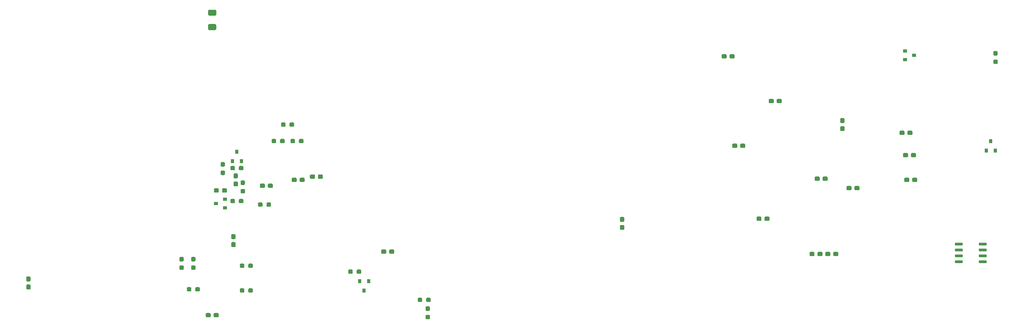
<source format=gbp>
G04 #@! TF.GenerationSoftware,KiCad,Pcbnew,5.1.7-a382d34a8~88~ubuntu18.04.1*
G04 #@! TF.CreationDate,2021-06-16T01:22:40+03:00*
G04 #@! TF.ProjectId,controller,636f6e74-726f-46c6-9c65-722e6b696361,rev?*
G04 #@! TF.SameCoordinates,Original*
G04 #@! TF.FileFunction,Paste,Bot*
G04 #@! TF.FilePolarity,Positive*
%FSLAX46Y46*%
G04 Gerber Fmt 4.6, Leading zero omitted, Abs format (unit mm)*
G04 Created by KiCad (PCBNEW 5.1.7-a382d34a8~88~ubuntu18.04.1) date 2021-06-16 01:22:40*
%MOMM*%
%LPD*%
G01*
G04 APERTURE LIST*
%ADD10R,0.800000X0.900000*%
%ADD11R,0.900000X0.800000*%
G04 APERTURE END LIST*
D10*
X237998000Y-95012000D03*
X237048000Y-97012000D03*
X238948000Y-97012000D03*
G36*
G01*
X72627500Y-102341500D02*
X72152500Y-102341500D01*
G75*
G02*
X71915000Y-102104000I0J237500D01*
G01*
X71915000Y-101604000D01*
G75*
G02*
X72152500Y-101366500I237500J0D01*
G01*
X72627500Y-101366500D01*
G75*
G02*
X72865000Y-101604000I0J-237500D01*
G01*
X72865000Y-102104000D01*
G75*
G02*
X72627500Y-102341500I-237500J0D01*
G01*
G37*
G36*
G01*
X72627500Y-100516500D02*
X72152500Y-100516500D01*
G75*
G02*
X71915000Y-100279000I0J237500D01*
G01*
X71915000Y-99779000D01*
G75*
G02*
X72152500Y-99541500I237500J0D01*
G01*
X72627500Y-99541500D01*
G75*
G02*
X72865000Y-99779000I0J-237500D01*
G01*
X72865000Y-100279000D01*
G75*
G02*
X72627500Y-100516500I-237500J0D01*
G01*
G37*
G36*
G01*
X70729001Y-71034000D02*
X69478999Y-71034000D01*
G75*
G02*
X69229000Y-70784001I0J249999D01*
G01*
X69229000Y-69983999D01*
G75*
G02*
X69478999Y-69734000I249999J0D01*
G01*
X70729001Y-69734000D01*
G75*
G02*
X70979000Y-69983999I0J-249999D01*
G01*
X70979000Y-70784001D01*
G75*
G02*
X70729001Y-71034000I-249999J0D01*
G01*
G37*
G36*
G01*
X70729001Y-67934000D02*
X69478999Y-67934000D01*
G75*
G02*
X69229000Y-67684001I0J249999D01*
G01*
X69229000Y-66883999D01*
G75*
G02*
X69478999Y-66634000I249999J0D01*
G01*
X70729001Y-66634000D01*
G75*
G02*
X70979000Y-66883999I0J-249999D01*
G01*
X70979000Y-67684001D01*
G75*
G02*
X70729001Y-67934000I-249999J0D01*
G01*
G37*
X102870000Y-127238000D03*
X103820000Y-125238000D03*
X101920000Y-125238000D03*
G36*
G01*
X81808500Y-108949500D02*
X81808500Y-108474500D01*
G75*
G02*
X82046000Y-108237000I237500J0D01*
G01*
X82546000Y-108237000D01*
G75*
G02*
X82783500Y-108474500I0J-237500D01*
G01*
X82783500Y-108949500D01*
G75*
G02*
X82546000Y-109187000I-237500J0D01*
G01*
X82046000Y-109187000D01*
G75*
G02*
X81808500Y-108949500I0J237500D01*
G01*
G37*
G36*
G01*
X79983500Y-108949500D02*
X79983500Y-108474500D01*
G75*
G02*
X80221000Y-108237000I237500J0D01*
G01*
X80721000Y-108237000D01*
G75*
G02*
X80958500Y-108474500I0J-237500D01*
G01*
X80958500Y-108949500D01*
G75*
G02*
X80721000Y-109187000I-237500J0D01*
G01*
X80221000Y-109187000D01*
G75*
G02*
X79983500Y-108949500I0J237500D01*
G01*
G37*
G36*
G01*
X76070000Y-122157500D02*
X76070000Y-121682500D01*
G75*
G02*
X76307500Y-121445000I237500J0D01*
G01*
X76807500Y-121445000D01*
G75*
G02*
X77045000Y-121682500I0J-237500D01*
G01*
X77045000Y-122157500D01*
G75*
G02*
X76807500Y-122395000I-237500J0D01*
G01*
X76307500Y-122395000D01*
G75*
G02*
X76070000Y-122157500I0J237500D01*
G01*
G37*
G36*
G01*
X77895000Y-122157500D02*
X77895000Y-121682500D01*
G75*
G02*
X78132500Y-121445000I237500J0D01*
G01*
X78632500Y-121445000D01*
G75*
G02*
X78870000Y-121682500I0J-237500D01*
G01*
X78870000Y-122157500D01*
G75*
G02*
X78632500Y-122395000I-237500J0D01*
G01*
X78132500Y-122395000D01*
G75*
G02*
X77895000Y-122157500I0J237500D01*
G01*
G37*
G36*
G01*
X77895000Y-127491500D02*
X77895000Y-127016500D01*
G75*
G02*
X78132500Y-126779000I237500J0D01*
G01*
X78632500Y-126779000D01*
G75*
G02*
X78870000Y-127016500I0J-237500D01*
G01*
X78870000Y-127491500D01*
G75*
G02*
X78632500Y-127729000I-237500J0D01*
G01*
X78132500Y-127729000D01*
G75*
G02*
X77895000Y-127491500I0J237500D01*
G01*
G37*
G36*
G01*
X76070000Y-127491500D02*
X76070000Y-127016500D01*
G75*
G02*
X76307500Y-126779000I237500J0D01*
G01*
X76807500Y-126779000D01*
G75*
G02*
X77045000Y-127016500I0J-237500D01*
G01*
X77045000Y-127491500D01*
G75*
G02*
X76807500Y-127729000I-237500J0D01*
G01*
X76307500Y-127729000D01*
G75*
G02*
X76070000Y-127491500I0J237500D01*
G01*
G37*
G36*
G01*
X158258500Y-111376000D02*
X158733500Y-111376000D01*
G75*
G02*
X158971000Y-111613500I0J-237500D01*
G01*
X158971000Y-112213500D01*
G75*
G02*
X158733500Y-112451000I-237500J0D01*
G01*
X158258500Y-112451000D01*
G75*
G02*
X158021000Y-112213500I0J237500D01*
G01*
X158021000Y-111613500D01*
G75*
G02*
X158258500Y-111376000I237500J0D01*
G01*
G37*
G36*
G01*
X158258500Y-113101000D02*
X158733500Y-113101000D01*
G75*
G02*
X158971000Y-113338500I0J-237500D01*
G01*
X158971000Y-113938500D01*
G75*
G02*
X158733500Y-114176000I-237500J0D01*
G01*
X158258500Y-114176000D01*
G75*
G02*
X158021000Y-113938500I0J237500D01*
G01*
X158021000Y-113338500D01*
G75*
G02*
X158258500Y-113101000I237500J0D01*
G01*
G37*
G36*
G01*
X187475500Y-111997500D02*
X187475500Y-111522500D01*
G75*
G02*
X187713000Y-111285000I237500J0D01*
G01*
X188313000Y-111285000D01*
G75*
G02*
X188550500Y-111522500I0J-237500D01*
G01*
X188550500Y-111997500D01*
G75*
G02*
X188313000Y-112235000I-237500J0D01*
G01*
X187713000Y-112235000D01*
G75*
G02*
X187475500Y-111997500I0J237500D01*
G01*
G37*
G36*
G01*
X189200500Y-111997500D02*
X189200500Y-111522500D01*
G75*
G02*
X189438000Y-111285000I237500J0D01*
G01*
X190038000Y-111285000D01*
G75*
G02*
X190275500Y-111522500I0J-237500D01*
G01*
X190275500Y-111997500D01*
G75*
G02*
X190038000Y-112235000I-237500J0D01*
G01*
X189438000Y-112235000D01*
G75*
G02*
X189200500Y-111997500I0J237500D01*
G01*
G37*
G36*
G01*
X238776500Y-77387000D02*
X239251500Y-77387000D01*
G75*
G02*
X239489000Y-77624500I0J-237500D01*
G01*
X239489000Y-78124500D01*
G75*
G02*
X239251500Y-78362000I-237500J0D01*
G01*
X238776500Y-78362000D01*
G75*
G02*
X238539000Y-78124500I0J237500D01*
G01*
X238539000Y-77624500D01*
G75*
G02*
X238776500Y-77387000I237500J0D01*
G01*
G37*
G36*
G01*
X238776500Y-75562000D02*
X239251500Y-75562000D01*
G75*
G02*
X239489000Y-75799500I0J-237500D01*
G01*
X239489000Y-76299500D01*
G75*
G02*
X239251500Y-76537000I-237500J0D01*
G01*
X238776500Y-76537000D01*
G75*
G02*
X238539000Y-76299500I0J237500D01*
G01*
X238539000Y-75799500D01*
G75*
G02*
X238776500Y-75562000I237500J0D01*
G01*
G37*
G36*
G01*
X30242500Y-125954500D02*
X30717500Y-125954500D01*
G75*
G02*
X30955000Y-126192000I0J-237500D01*
G01*
X30955000Y-126792000D01*
G75*
G02*
X30717500Y-127029500I-237500J0D01*
G01*
X30242500Y-127029500D01*
G75*
G02*
X30005000Y-126792000I0J237500D01*
G01*
X30005000Y-126192000D01*
G75*
G02*
X30242500Y-125954500I237500J0D01*
G01*
G37*
G36*
G01*
X30242500Y-124229500D02*
X30717500Y-124229500D01*
G75*
G02*
X30955000Y-124467000I0J-237500D01*
G01*
X30955000Y-125067000D01*
G75*
G02*
X30717500Y-125304500I-237500J0D01*
G01*
X30242500Y-125304500D01*
G75*
G02*
X30005000Y-125067000I0J237500D01*
G01*
X30005000Y-124467000D01*
G75*
G02*
X30242500Y-124229500I237500J0D01*
G01*
G37*
G36*
G01*
X102238000Y-122952500D02*
X102238000Y-123427500D01*
G75*
G02*
X102000500Y-123665000I-237500J0D01*
G01*
X101500500Y-123665000D01*
G75*
G02*
X101263000Y-123427500I0J237500D01*
G01*
X101263000Y-122952500D01*
G75*
G02*
X101500500Y-122715000I237500J0D01*
G01*
X102000500Y-122715000D01*
G75*
G02*
X102238000Y-122952500I0J-237500D01*
G01*
G37*
G36*
G01*
X100413000Y-122952500D02*
X100413000Y-123427500D01*
G75*
G02*
X100175500Y-123665000I-237500J0D01*
G01*
X99675500Y-123665000D01*
G75*
G02*
X99438000Y-123427500I0J237500D01*
G01*
X99438000Y-122952500D01*
G75*
G02*
X99675500Y-122715000I237500J0D01*
G01*
X100175500Y-122715000D01*
G75*
G02*
X100413000Y-122952500I0J-237500D01*
G01*
G37*
G36*
G01*
X64640000Y-127237500D02*
X64640000Y-126762500D01*
G75*
G02*
X64877500Y-126525000I237500J0D01*
G01*
X65377500Y-126525000D01*
G75*
G02*
X65615000Y-126762500I0J-237500D01*
G01*
X65615000Y-127237500D01*
G75*
G02*
X65377500Y-127475000I-237500J0D01*
G01*
X64877500Y-127475000D01*
G75*
G02*
X64640000Y-127237500I0J237500D01*
G01*
G37*
G36*
G01*
X66465000Y-127237500D02*
X66465000Y-126762500D01*
G75*
G02*
X66702500Y-126525000I237500J0D01*
G01*
X67202500Y-126525000D01*
G75*
G02*
X67440000Y-126762500I0J-237500D01*
G01*
X67440000Y-127237500D01*
G75*
G02*
X67202500Y-127475000I-237500J0D01*
G01*
X66702500Y-127475000D01*
G75*
G02*
X66465000Y-127237500I0J237500D01*
G01*
G37*
G36*
G01*
X66277500Y-120987000D02*
X65802500Y-120987000D01*
G75*
G02*
X65565000Y-120749500I0J237500D01*
G01*
X65565000Y-120249500D01*
G75*
G02*
X65802500Y-120012000I237500J0D01*
G01*
X66277500Y-120012000D01*
G75*
G02*
X66515000Y-120249500I0J-237500D01*
G01*
X66515000Y-120749500D01*
G75*
G02*
X66277500Y-120987000I-237500J0D01*
G01*
G37*
G36*
G01*
X66277500Y-122812000D02*
X65802500Y-122812000D01*
G75*
G02*
X65565000Y-122574500I0J237500D01*
G01*
X65565000Y-122074500D01*
G75*
G02*
X65802500Y-121837000I237500J0D01*
G01*
X66277500Y-121837000D01*
G75*
G02*
X66515000Y-122074500I0J-237500D01*
G01*
X66515000Y-122574500D01*
G75*
G02*
X66277500Y-122812000I-237500J0D01*
G01*
G37*
G36*
G01*
X63737500Y-122812000D02*
X63262500Y-122812000D01*
G75*
G02*
X63025000Y-122574500I0J237500D01*
G01*
X63025000Y-122074500D01*
G75*
G02*
X63262500Y-121837000I237500J0D01*
G01*
X63737500Y-121837000D01*
G75*
G02*
X63975000Y-122074500I0J-237500D01*
G01*
X63975000Y-122574500D01*
G75*
G02*
X63737500Y-122812000I-237500J0D01*
G01*
G37*
G36*
G01*
X63737500Y-120987000D02*
X63262500Y-120987000D01*
G75*
G02*
X63025000Y-120749500I0J237500D01*
G01*
X63025000Y-120249500D01*
G75*
G02*
X63262500Y-120012000I237500J0D01*
G01*
X63737500Y-120012000D01*
G75*
G02*
X63975000Y-120249500I0J-237500D01*
G01*
X63975000Y-120749500D01*
G75*
G02*
X63737500Y-120987000I-237500J0D01*
G01*
G37*
G36*
G01*
X75421500Y-103053000D02*
X74946500Y-103053000D01*
G75*
G02*
X74709000Y-102815500I0J237500D01*
G01*
X74709000Y-102215500D01*
G75*
G02*
X74946500Y-101978000I237500J0D01*
G01*
X75421500Y-101978000D01*
G75*
G02*
X75659000Y-102215500I0J-237500D01*
G01*
X75659000Y-102815500D01*
G75*
G02*
X75421500Y-103053000I-237500J0D01*
G01*
G37*
G36*
G01*
X75421500Y-104778000D02*
X74946500Y-104778000D01*
G75*
G02*
X74709000Y-104540500I0J237500D01*
G01*
X74709000Y-103940500D01*
G75*
G02*
X74946500Y-103703000I237500J0D01*
G01*
X75421500Y-103703000D01*
G75*
G02*
X75659000Y-103940500I0J-237500D01*
G01*
X75659000Y-104540500D01*
G75*
G02*
X75421500Y-104778000I-237500J0D01*
G01*
G37*
G36*
G01*
X202822000Y-102886500D02*
X202822000Y-103361500D01*
G75*
G02*
X202584500Y-103599000I-237500J0D01*
G01*
X201984500Y-103599000D01*
G75*
G02*
X201747000Y-103361500I0J237500D01*
G01*
X201747000Y-102886500D01*
G75*
G02*
X201984500Y-102649000I237500J0D01*
G01*
X202584500Y-102649000D01*
G75*
G02*
X202822000Y-102886500I0J-237500D01*
G01*
G37*
G36*
G01*
X201097000Y-102886500D02*
X201097000Y-103361500D01*
G75*
G02*
X200859500Y-103599000I-237500J0D01*
G01*
X200259500Y-103599000D01*
G75*
G02*
X200022000Y-103361500I0J237500D01*
G01*
X200022000Y-102886500D01*
G75*
G02*
X200259500Y-102649000I237500J0D01*
G01*
X200859500Y-102649000D01*
G75*
G02*
X201097000Y-102886500I0J-237500D01*
G01*
G37*
G36*
G01*
X220797000Y-98281500D02*
X220797000Y-97806500D01*
G75*
G02*
X221034500Y-97569000I237500J0D01*
G01*
X221634500Y-97569000D01*
G75*
G02*
X221872000Y-97806500I0J-237500D01*
G01*
X221872000Y-98281500D01*
G75*
G02*
X221634500Y-98519000I-237500J0D01*
G01*
X221034500Y-98519000D01*
G75*
G02*
X220797000Y-98281500I0J237500D01*
G01*
G37*
G36*
G01*
X219072000Y-98281500D02*
X219072000Y-97806500D01*
G75*
G02*
X219309500Y-97569000I237500J0D01*
G01*
X219909500Y-97569000D01*
G75*
G02*
X220147000Y-97806500I0J-237500D01*
G01*
X220147000Y-98281500D01*
G75*
G02*
X219909500Y-98519000I-237500J0D01*
G01*
X219309500Y-98519000D01*
G75*
G02*
X219072000Y-98281500I0J237500D01*
G01*
G37*
G36*
G01*
X220035000Y-93455500D02*
X220035000Y-92980500D01*
G75*
G02*
X220272500Y-92743000I237500J0D01*
G01*
X220872500Y-92743000D01*
G75*
G02*
X221110000Y-92980500I0J-237500D01*
G01*
X221110000Y-93455500D01*
G75*
G02*
X220872500Y-93693000I-237500J0D01*
G01*
X220272500Y-93693000D01*
G75*
G02*
X220035000Y-93455500I0J237500D01*
G01*
G37*
G36*
G01*
X218310000Y-93455500D02*
X218310000Y-92980500D01*
G75*
G02*
X218547500Y-92743000I237500J0D01*
G01*
X219147500Y-92743000D01*
G75*
G02*
X219385000Y-92980500I0J-237500D01*
G01*
X219385000Y-93455500D01*
G75*
G02*
X219147500Y-93693000I-237500J0D01*
G01*
X218547500Y-93693000D01*
G75*
G02*
X218310000Y-93455500I0J237500D01*
G01*
G37*
G36*
G01*
X219326000Y-103615500D02*
X219326000Y-103140500D01*
G75*
G02*
X219563500Y-102903000I237500J0D01*
G01*
X220163500Y-102903000D01*
G75*
G02*
X220401000Y-103140500I0J-237500D01*
G01*
X220401000Y-103615500D01*
G75*
G02*
X220163500Y-103853000I-237500J0D01*
G01*
X219563500Y-103853000D01*
G75*
G02*
X219326000Y-103615500I0J237500D01*
G01*
G37*
G36*
G01*
X221051000Y-103615500D02*
X221051000Y-103140500D01*
G75*
G02*
X221288500Y-102903000I237500J0D01*
G01*
X221888500Y-102903000D01*
G75*
G02*
X222126000Y-103140500I0J-237500D01*
G01*
X222126000Y-103615500D01*
G75*
G02*
X221888500Y-103853000I-237500J0D01*
G01*
X221288500Y-103853000D01*
G75*
G02*
X221051000Y-103615500I0J237500D01*
G01*
G37*
G36*
G01*
X206231500Y-91115000D02*
X205756500Y-91115000D01*
G75*
G02*
X205519000Y-90877500I0J237500D01*
G01*
X205519000Y-90277500D01*
G75*
G02*
X205756500Y-90040000I237500J0D01*
G01*
X206231500Y-90040000D01*
G75*
G02*
X206469000Y-90277500I0J-237500D01*
G01*
X206469000Y-90877500D01*
G75*
G02*
X206231500Y-91115000I-237500J0D01*
G01*
G37*
G36*
G01*
X206231500Y-92840000D02*
X205756500Y-92840000D01*
G75*
G02*
X205519000Y-92602500I0J237500D01*
G01*
X205519000Y-92002500D01*
G75*
G02*
X205756500Y-91765000I237500J0D01*
G01*
X206231500Y-91765000D01*
G75*
G02*
X206469000Y-92002500I0J-237500D01*
G01*
X206469000Y-92602500D01*
G75*
G02*
X206231500Y-92840000I-237500J0D01*
G01*
G37*
G36*
G01*
X87967000Y-94758500D02*
X87967000Y-95233500D01*
G75*
G02*
X87729500Y-95471000I-237500J0D01*
G01*
X87229500Y-95471000D01*
G75*
G02*
X86992000Y-95233500I0J237500D01*
G01*
X86992000Y-94758500D01*
G75*
G02*
X87229500Y-94521000I237500J0D01*
G01*
X87729500Y-94521000D01*
G75*
G02*
X87967000Y-94758500I0J-237500D01*
G01*
G37*
G36*
G01*
X89792000Y-94758500D02*
X89792000Y-95233500D01*
G75*
G02*
X89554500Y-95471000I-237500J0D01*
G01*
X89054500Y-95471000D01*
G75*
G02*
X88817000Y-95233500I0J237500D01*
G01*
X88817000Y-94758500D01*
G75*
G02*
X89054500Y-94521000I237500J0D01*
G01*
X89554500Y-94521000D01*
G75*
G02*
X89792000Y-94758500I0J-237500D01*
G01*
G37*
G36*
G01*
X82928000Y-95233500D02*
X82928000Y-94758500D01*
G75*
G02*
X83165500Y-94521000I237500J0D01*
G01*
X83665500Y-94521000D01*
G75*
G02*
X83903000Y-94758500I0J-237500D01*
G01*
X83903000Y-95233500D01*
G75*
G02*
X83665500Y-95471000I-237500J0D01*
G01*
X83165500Y-95471000D01*
G75*
G02*
X82928000Y-95233500I0J237500D01*
G01*
G37*
G36*
G01*
X84753000Y-95233500D02*
X84753000Y-94758500D01*
G75*
G02*
X84990500Y-94521000I237500J0D01*
G01*
X85490500Y-94521000D01*
G75*
G02*
X85728000Y-94758500I0J-237500D01*
G01*
X85728000Y-95233500D01*
G75*
G02*
X85490500Y-95471000I-237500J0D01*
G01*
X84990500Y-95471000D01*
G75*
G02*
X84753000Y-95233500I0J237500D01*
G01*
G37*
G36*
G01*
X87760000Y-91202500D02*
X87760000Y-91677500D01*
G75*
G02*
X87522500Y-91915000I-237500J0D01*
G01*
X87022500Y-91915000D01*
G75*
G02*
X86785000Y-91677500I0J237500D01*
G01*
X86785000Y-91202500D01*
G75*
G02*
X87022500Y-90965000I237500J0D01*
G01*
X87522500Y-90965000D01*
G75*
G02*
X87760000Y-91202500I0J-237500D01*
G01*
G37*
G36*
G01*
X85935000Y-91202500D02*
X85935000Y-91677500D01*
G75*
G02*
X85697500Y-91915000I-237500J0D01*
G01*
X85197500Y-91915000D01*
G75*
G02*
X84960000Y-91677500I0J237500D01*
G01*
X84960000Y-91202500D01*
G75*
G02*
X85197500Y-90965000I237500J0D01*
G01*
X85697500Y-90965000D01*
G75*
G02*
X85935000Y-91202500I0J-237500D01*
G01*
G37*
G36*
G01*
X74438500Y-115085500D02*
X74913500Y-115085500D01*
G75*
G02*
X75151000Y-115323000I0J-237500D01*
G01*
X75151000Y-115923000D01*
G75*
G02*
X74913500Y-116160500I-237500J0D01*
G01*
X74438500Y-116160500D01*
G75*
G02*
X74201000Y-115923000I0J237500D01*
G01*
X74201000Y-115323000D01*
G75*
G02*
X74438500Y-115085500I237500J0D01*
G01*
G37*
G36*
G01*
X74438500Y-116810500D02*
X74913500Y-116810500D01*
G75*
G02*
X75151000Y-117048000I0J-237500D01*
G01*
X75151000Y-117648000D01*
G75*
G02*
X74913500Y-117885500I-237500J0D01*
G01*
X74438500Y-117885500D01*
G75*
G02*
X74201000Y-117648000I0J237500D01*
G01*
X74201000Y-117048000D01*
G75*
G02*
X74438500Y-116810500I237500J0D01*
G01*
G37*
G36*
G01*
X108275000Y-119109500D02*
X108275000Y-118634500D01*
G75*
G02*
X108512500Y-118397000I237500J0D01*
G01*
X109112500Y-118397000D01*
G75*
G02*
X109350000Y-118634500I0J-237500D01*
G01*
X109350000Y-119109500D01*
G75*
G02*
X109112500Y-119347000I-237500J0D01*
G01*
X108512500Y-119347000D01*
G75*
G02*
X108275000Y-119109500I0J237500D01*
G01*
G37*
G36*
G01*
X106550000Y-119109500D02*
X106550000Y-118634500D01*
G75*
G02*
X106787500Y-118397000I237500J0D01*
G01*
X107387500Y-118397000D01*
G75*
G02*
X107625000Y-118634500I0J-237500D01*
G01*
X107625000Y-119109500D01*
G75*
G02*
X107387500Y-119347000I-237500J0D01*
G01*
X106787500Y-119347000D01*
G75*
G02*
X106550000Y-119109500I0J237500D01*
G01*
G37*
G36*
G01*
X83188000Y-104410500D02*
X83188000Y-104885500D01*
G75*
G02*
X82950500Y-105123000I-237500J0D01*
G01*
X82350500Y-105123000D01*
G75*
G02*
X82113000Y-104885500I0J237500D01*
G01*
X82113000Y-104410500D01*
G75*
G02*
X82350500Y-104173000I237500J0D01*
G01*
X82950500Y-104173000D01*
G75*
G02*
X83188000Y-104410500I0J-237500D01*
G01*
G37*
G36*
G01*
X81463000Y-104410500D02*
X81463000Y-104885500D01*
G75*
G02*
X81225500Y-105123000I-237500J0D01*
G01*
X80625500Y-105123000D01*
G75*
G02*
X80388000Y-104885500I0J237500D01*
G01*
X80388000Y-104410500D01*
G75*
G02*
X80625500Y-104173000I237500J0D01*
G01*
X81225500Y-104173000D01*
G75*
G02*
X81463000Y-104410500I0J-237500D01*
G01*
G37*
G36*
G01*
X88321000Y-103140500D02*
X88321000Y-103615500D01*
G75*
G02*
X88083500Y-103853000I-237500J0D01*
G01*
X87483500Y-103853000D01*
G75*
G02*
X87246000Y-103615500I0J237500D01*
G01*
X87246000Y-103140500D01*
G75*
G02*
X87483500Y-102903000I237500J0D01*
G01*
X88083500Y-102903000D01*
G75*
G02*
X88321000Y-103140500I0J-237500D01*
G01*
G37*
G36*
G01*
X90046000Y-103140500D02*
X90046000Y-103615500D01*
G75*
G02*
X89808500Y-103853000I-237500J0D01*
G01*
X89208500Y-103853000D01*
G75*
G02*
X88971000Y-103615500I0J237500D01*
G01*
X88971000Y-103140500D01*
G75*
G02*
X89208500Y-102903000I237500J0D01*
G01*
X89808500Y-102903000D01*
G75*
G02*
X90046000Y-103140500I0J-237500D01*
G01*
G37*
G36*
G01*
X91183000Y-102917000D02*
X91183000Y-102442000D01*
G75*
G02*
X91420500Y-102204500I237500J0D01*
G01*
X92020500Y-102204500D01*
G75*
G02*
X92258000Y-102442000I0J-237500D01*
G01*
X92258000Y-102917000D01*
G75*
G02*
X92020500Y-103154500I-237500J0D01*
G01*
X91420500Y-103154500D01*
G75*
G02*
X91183000Y-102917000I0J237500D01*
G01*
G37*
G36*
G01*
X92908000Y-102917000D02*
X92908000Y-102442000D01*
G75*
G02*
X93145500Y-102204500I237500J0D01*
G01*
X93745500Y-102204500D01*
G75*
G02*
X93983000Y-102442000I0J-237500D01*
G01*
X93983000Y-102917000D01*
G75*
G02*
X93745500Y-103154500I-237500J0D01*
G01*
X93145500Y-103154500D01*
G75*
G02*
X92908000Y-102917000I0J237500D01*
G01*
G37*
G36*
G01*
X70482000Y-105901500D02*
X70482000Y-105426500D01*
G75*
G02*
X70719500Y-105189000I237500J0D01*
G01*
X71294500Y-105189000D01*
G75*
G02*
X71532000Y-105426500I0J-237500D01*
G01*
X71532000Y-105901500D01*
G75*
G02*
X71294500Y-106139000I-237500J0D01*
G01*
X70719500Y-106139000D01*
G75*
G02*
X70482000Y-105901500I0J237500D01*
G01*
G37*
G36*
G01*
X72232000Y-105901500D02*
X72232000Y-105426500D01*
G75*
G02*
X72469500Y-105189000I237500J0D01*
G01*
X73044500Y-105189000D01*
G75*
G02*
X73282000Y-105426500I0J-237500D01*
G01*
X73282000Y-105901500D01*
G75*
G02*
X73044500Y-106139000I-237500J0D01*
G01*
X72469500Y-106139000D01*
G75*
G02*
X72232000Y-105901500I0J237500D01*
G01*
G37*
D11*
X72882000Y-107508000D03*
X72882000Y-109408000D03*
X70882000Y-108458000D03*
G36*
G01*
X75863000Y-108187500D02*
X75863000Y-107712500D01*
G75*
G02*
X76100500Y-107475000I237500J0D01*
G01*
X76600500Y-107475000D01*
G75*
G02*
X76838000Y-107712500I0J-237500D01*
G01*
X76838000Y-108187500D01*
G75*
G02*
X76600500Y-108425000I-237500J0D01*
G01*
X76100500Y-108425000D01*
G75*
G02*
X75863000Y-108187500I0J237500D01*
G01*
G37*
G36*
G01*
X74038000Y-108187500D02*
X74038000Y-107712500D01*
G75*
G02*
X74275500Y-107475000I237500J0D01*
G01*
X74775500Y-107475000D01*
G75*
G02*
X75013000Y-107712500I0J-237500D01*
G01*
X75013000Y-108187500D01*
G75*
G02*
X74775500Y-108425000I-237500J0D01*
G01*
X74275500Y-108425000D01*
G75*
G02*
X74038000Y-108187500I0J237500D01*
G01*
G37*
G36*
G01*
X76470500Y-103502000D02*
X76945500Y-103502000D01*
G75*
G02*
X77183000Y-103739500I0J-237500D01*
G01*
X77183000Y-104239500D01*
G75*
G02*
X76945500Y-104477000I-237500J0D01*
G01*
X76470500Y-104477000D01*
G75*
G02*
X76233000Y-104239500I0J237500D01*
G01*
X76233000Y-103739500D01*
G75*
G02*
X76470500Y-103502000I237500J0D01*
G01*
G37*
G36*
G01*
X76470500Y-105327000D02*
X76945500Y-105327000D01*
G75*
G02*
X77183000Y-105564500I0J-237500D01*
G01*
X77183000Y-106064500D01*
G75*
G02*
X76945500Y-106302000I-237500J0D01*
G01*
X76470500Y-106302000D01*
G75*
G02*
X76233000Y-106064500I0J237500D01*
G01*
X76233000Y-105564500D01*
G75*
G02*
X76470500Y-105327000I237500J0D01*
G01*
G37*
G36*
G01*
X114424000Y-129523500D02*
X114424000Y-129048500D01*
G75*
G02*
X114661500Y-128811000I237500J0D01*
G01*
X115161500Y-128811000D01*
G75*
G02*
X115399000Y-129048500I0J-237500D01*
G01*
X115399000Y-129523500D01*
G75*
G02*
X115161500Y-129761000I-237500J0D01*
G01*
X114661500Y-129761000D01*
G75*
G02*
X114424000Y-129523500I0J237500D01*
G01*
G37*
G36*
G01*
X116249000Y-129523500D02*
X116249000Y-129048500D01*
G75*
G02*
X116486500Y-128811000I237500J0D01*
G01*
X116986500Y-128811000D01*
G75*
G02*
X117224000Y-129048500I0J-237500D01*
G01*
X117224000Y-129523500D01*
G75*
G02*
X116986500Y-129761000I-237500J0D01*
G01*
X116486500Y-129761000D01*
G75*
G02*
X116249000Y-129523500I0J237500D01*
G01*
G37*
G36*
G01*
X116823500Y-131655000D02*
X116348500Y-131655000D01*
G75*
G02*
X116111000Y-131417500I0J237500D01*
G01*
X116111000Y-130917500D01*
G75*
G02*
X116348500Y-130680000I237500J0D01*
G01*
X116823500Y-130680000D01*
G75*
G02*
X117061000Y-130917500I0J-237500D01*
G01*
X117061000Y-131417500D01*
G75*
G02*
X116823500Y-131655000I-237500J0D01*
G01*
G37*
G36*
G01*
X116823500Y-133480000D02*
X116348500Y-133480000D01*
G75*
G02*
X116111000Y-133242500I0J237500D01*
G01*
X116111000Y-132742500D01*
G75*
G02*
X116348500Y-132505000I237500J0D01*
G01*
X116823500Y-132505000D01*
G75*
G02*
X117061000Y-132742500I0J-237500D01*
G01*
X117061000Y-133242500D01*
G75*
G02*
X116823500Y-133480000I-237500J0D01*
G01*
G37*
G36*
G01*
X207955000Y-104918500D02*
X207955000Y-105393500D01*
G75*
G02*
X207717500Y-105631000I-237500J0D01*
G01*
X207117500Y-105631000D01*
G75*
G02*
X206880000Y-105393500I0J237500D01*
G01*
X206880000Y-104918500D01*
G75*
G02*
X207117500Y-104681000I237500J0D01*
G01*
X207717500Y-104681000D01*
G75*
G02*
X207955000Y-104918500I0J-237500D01*
G01*
G37*
G36*
G01*
X209680000Y-104918500D02*
X209680000Y-105393500D01*
G75*
G02*
X209442500Y-105631000I-237500J0D01*
G01*
X208842500Y-105631000D01*
G75*
G02*
X208605000Y-105393500I0J237500D01*
G01*
X208605000Y-104918500D01*
G75*
G02*
X208842500Y-104681000I237500J0D01*
G01*
X209442500Y-104681000D01*
G75*
G02*
X209680000Y-104918500I0J-237500D01*
G01*
G37*
D10*
X76388000Y-99298000D03*
X74488000Y-99298000D03*
X75438000Y-97298000D03*
G36*
G01*
X75013000Y-100600500D02*
X75013000Y-101075500D01*
G75*
G02*
X74775500Y-101313000I-237500J0D01*
G01*
X74275500Y-101313000D01*
G75*
G02*
X74038000Y-101075500I0J237500D01*
G01*
X74038000Y-100600500D01*
G75*
G02*
X74275500Y-100363000I237500J0D01*
G01*
X74775500Y-100363000D01*
G75*
G02*
X75013000Y-100600500I0J-237500D01*
G01*
G37*
G36*
G01*
X76838000Y-100600500D02*
X76838000Y-101075500D01*
G75*
G02*
X76600500Y-101313000I-237500J0D01*
G01*
X76100500Y-101313000D01*
G75*
G02*
X75863000Y-101075500I0J237500D01*
G01*
X75863000Y-100600500D01*
G75*
G02*
X76100500Y-100363000I237500J0D01*
G01*
X76600500Y-100363000D01*
G75*
G02*
X76838000Y-100600500I0J-237500D01*
G01*
G37*
G36*
G01*
X203383000Y-119142500D02*
X203383000Y-119617500D01*
G75*
G02*
X203145500Y-119855000I-237500J0D01*
G01*
X202545500Y-119855000D01*
G75*
G02*
X202308000Y-119617500I0J237500D01*
G01*
X202308000Y-119142500D01*
G75*
G02*
X202545500Y-118905000I237500J0D01*
G01*
X203145500Y-118905000D01*
G75*
G02*
X203383000Y-119142500I0J-237500D01*
G01*
G37*
G36*
G01*
X205108000Y-119142500D02*
X205108000Y-119617500D01*
G75*
G02*
X204870500Y-119855000I-237500J0D01*
G01*
X204270500Y-119855000D01*
G75*
G02*
X204033000Y-119617500I0J237500D01*
G01*
X204033000Y-119142500D01*
G75*
G02*
X204270500Y-118905000I237500J0D01*
G01*
X204870500Y-118905000D01*
G75*
G02*
X205108000Y-119142500I0J-237500D01*
G01*
G37*
G36*
G01*
X198905500Y-119617500D02*
X198905500Y-119142500D01*
G75*
G02*
X199143000Y-118905000I237500J0D01*
G01*
X199743000Y-118905000D01*
G75*
G02*
X199980500Y-119142500I0J-237500D01*
G01*
X199980500Y-119617500D01*
G75*
G02*
X199743000Y-119855000I-237500J0D01*
G01*
X199143000Y-119855000D01*
G75*
G02*
X198905500Y-119617500I0J237500D01*
G01*
G37*
G36*
G01*
X200630500Y-119617500D02*
X200630500Y-119142500D01*
G75*
G02*
X200868000Y-118905000I237500J0D01*
G01*
X201468000Y-118905000D01*
G75*
G02*
X201705500Y-119142500I0J-237500D01*
G01*
X201705500Y-119617500D01*
G75*
G02*
X201468000Y-119855000I-237500J0D01*
G01*
X200868000Y-119855000D01*
G75*
G02*
X200630500Y-119617500I0J237500D01*
G01*
G37*
G36*
G01*
X68704000Y-132825500D02*
X68704000Y-132350500D01*
G75*
G02*
X68941500Y-132113000I237500J0D01*
G01*
X69541500Y-132113000D01*
G75*
G02*
X69779000Y-132350500I0J-237500D01*
G01*
X69779000Y-132825500D01*
G75*
G02*
X69541500Y-133063000I-237500J0D01*
G01*
X68941500Y-133063000D01*
G75*
G02*
X68704000Y-132825500I0J237500D01*
G01*
G37*
G36*
G01*
X70429000Y-132825500D02*
X70429000Y-132350500D01*
G75*
G02*
X70666500Y-132113000I237500J0D01*
G01*
X71266500Y-132113000D01*
G75*
G02*
X71504000Y-132350500I0J-237500D01*
G01*
X71504000Y-132825500D01*
G75*
G02*
X71266500Y-133063000I-237500J0D01*
G01*
X70666500Y-133063000D01*
G75*
G02*
X70429000Y-132825500I0J237500D01*
G01*
G37*
G36*
G01*
X230230000Y-121181000D02*
X230230000Y-120881000D01*
G75*
G02*
X230380000Y-120731000I150000J0D01*
G01*
X231830000Y-120731000D01*
G75*
G02*
X231980000Y-120881000I0J-150000D01*
G01*
X231980000Y-121181000D01*
G75*
G02*
X231830000Y-121331000I-150000J0D01*
G01*
X230380000Y-121331000D01*
G75*
G02*
X230230000Y-121181000I0J150000D01*
G01*
G37*
G36*
G01*
X230230000Y-119911000D02*
X230230000Y-119611000D01*
G75*
G02*
X230380000Y-119461000I150000J0D01*
G01*
X231830000Y-119461000D01*
G75*
G02*
X231980000Y-119611000I0J-150000D01*
G01*
X231980000Y-119911000D01*
G75*
G02*
X231830000Y-120061000I-150000J0D01*
G01*
X230380000Y-120061000D01*
G75*
G02*
X230230000Y-119911000I0J150000D01*
G01*
G37*
G36*
G01*
X230230000Y-118641000D02*
X230230000Y-118341000D01*
G75*
G02*
X230380000Y-118191000I150000J0D01*
G01*
X231830000Y-118191000D01*
G75*
G02*
X231980000Y-118341000I0J-150000D01*
G01*
X231980000Y-118641000D01*
G75*
G02*
X231830000Y-118791000I-150000J0D01*
G01*
X230380000Y-118791000D01*
G75*
G02*
X230230000Y-118641000I0J150000D01*
G01*
G37*
G36*
G01*
X230230000Y-117371000D02*
X230230000Y-117071000D01*
G75*
G02*
X230380000Y-116921000I150000J0D01*
G01*
X231830000Y-116921000D01*
G75*
G02*
X231980000Y-117071000I0J-150000D01*
G01*
X231980000Y-117371000D01*
G75*
G02*
X231830000Y-117521000I-150000J0D01*
G01*
X230380000Y-117521000D01*
G75*
G02*
X230230000Y-117371000I0J150000D01*
G01*
G37*
G36*
G01*
X235380000Y-117371000D02*
X235380000Y-117071000D01*
G75*
G02*
X235530000Y-116921000I150000J0D01*
G01*
X236980000Y-116921000D01*
G75*
G02*
X237130000Y-117071000I0J-150000D01*
G01*
X237130000Y-117371000D01*
G75*
G02*
X236980000Y-117521000I-150000J0D01*
G01*
X235530000Y-117521000D01*
G75*
G02*
X235380000Y-117371000I0J150000D01*
G01*
G37*
G36*
G01*
X235380000Y-118641000D02*
X235380000Y-118341000D01*
G75*
G02*
X235530000Y-118191000I150000J0D01*
G01*
X236980000Y-118191000D01*
G75*
G02*
X237130000Y-118341000I0J-150000D01*
G01*
X237130000Y-118641000D01*
G75*
G02*
X236980000Y-118791000I-150000J0D01*
G01*
X235530000Y-118791000D01*
G75*
G02*
X235380000Y-118641000I0J150000D01*
G01*
G37*
G36*
G01*
X235380000Y-119911000D02*
X235380000Y-119611000D01*
G75*
G02*
X235530000Y-119461000I150000J0D01*
G01*
X236980000Y-119461000D01*
G75*
G02*
X237130000Y-119611000I0J-150000D01*
G01*
X237130000Y-119911000D01*
G75*
G02*
X236980000Y-120061000I-150000J0D01*
G01*
X235530000Y-120061000D01*
G75*
G02*
X235380000Y-119911000I0J150000D01*
G01*
G37*
G36*
G01*
X235380000Y-121181000D02*
X235380000Y-120881000D01*
G75*
G02*
X235530000Y-120731000I150000J0D01*
G01*
X236980000Y-120731000D01*
G75*
G02*
X237130000Y-120881000I0J-150000D01*
G01*
X237130000Y-121181000D01*
G75*
G02*
X236980000Y-121331000I-150000J0D01*
G01*
X235530000Y-121331000D01*
G75*
G02*
X235380000Y-121181000I0J150000D01*
G01*
G37*
G36*
G01*
X192916000Y-86122500D02*
X192916000Y-86597500D01*
G75*
G02*
X192678500Y-86835000I-237500J0D01*
G01*
X192078500Y-86835000D01*
G75*
G02*
X191841000Y-86597500I0J237500D01*
G01*
X191841000Y-86122500D01*
G75*
G02*
X192078500Y-85885000I237500J0D01*
G01*
X192678500Y-85885000D01*
G75*
G02*
X192916000Y-86122500I0J-237500D01*
G01*
G37*
G36*
G01*
X191191000Y-86122500D02*
X191191000Y-86597500D01*
G75*
G02*
X190953500Y-86835000I-237500J0D01*
G01*
X190353500Y-86835000D01*
G75*
G02*
X190116000Y-86597500I0J237500D01*
G01*
X190116000Y-86122500D01*
G75*
G02*
X190353500Y-85885000I237500J0D01*
G01*
X190953500Y-85885000D01*
G75*
G02*
X191191000Y-86122500I0J-237500D01*
G01*
G37*
D11*
X219472000Y-77404000D03*
X219472000Y-75504000D03*
X221472000Y-76454000D03*
G36*
G01*
X185042000Y-95774500D02*
X185042000Y-96249500D01*
G75*
G02*
X184804500Y-96487000I-237500J0D01*
G01*
X184204500Y-96487000D01*
G75*
G02*
X183967000Y-96249500I0J237500D01*
G01*
X183967000Y-95774500D01*
G75*
G02*
X184204500Y-95537000I237500J0D01*
G01*
X184804500Y-95537000D01*
G75*
G02*
X185042000Y-95774500I0J-237500D01*
G01*
G37*
G36*
G01*
X183317000Y-95774500D02*
X183317000Y-96249500D01*
G75*
G02*
X183079500Y-96487000I-237500J0D01*
G01*
X182479500Y-96487000D01*
G75*
G02*
X182242000Y-96249500I0J237500D01*
G01*
X182242000Y-95774500D01*
G75*
G02*
X182479500Y-95537000I237500J0D01*
G01*
X183079500Y-95537000D01*
G75*
G02*
X183317000Y-95774500I0J-237500D01*
G01*
G37*
G36*
G01*
X181681000Y-76945500D02*
X181681000Y-76470500D01*
G75*
G02*
X181918500Y-76233000I237500J0D01*
G01*
X182518500Y-76233000D01*
G75*
G02*
X182756000Y-76470500I0J-237500D01*
G01*
X182756000Y-76945500D01*
G75*
G02*
X182518500Y-77183000I-237500J0D01*
G01*
X181918500Y-77183000D01*
G75*
G02*
X181681000Y-76945500I0J237500D01*
G01*
G37*
G36*
G01*
X179956000Y-76945500D02*
X179956000Y-76470500D01*
G75*
G02*
X180193500Y-76233000I237500J0D01*
G01*
X180793500Y-76233000D01*
G75*
G02*
X181031000Y-76470500I0J-237500D01*
G01*
X181031000Y-76945500D01*
G75*
G02*
X180793500Y-77183000I-237500J0D01*
G01*
X180193500Y-77183000D01*
G75*
G02*
X179956000Y-76945500I0J237500D01*
G01*
G37*
M02*

</source>
